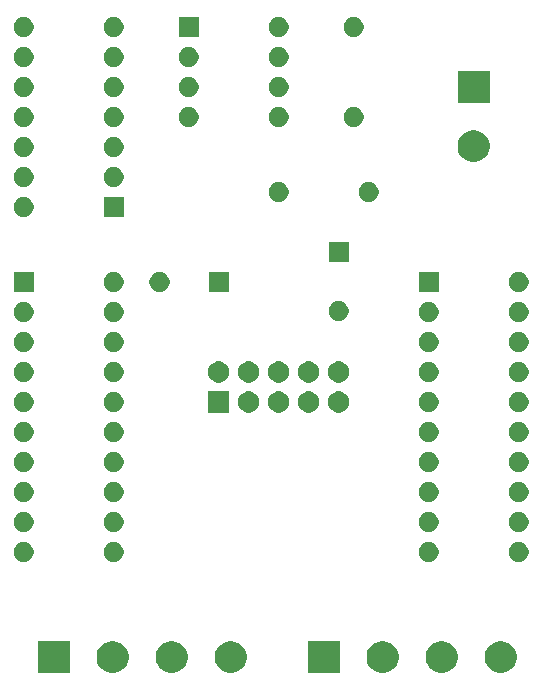
<source format=gbr>
G04 #@! TF.GenerationSoftware,KiCad,Pcbnew,(5.1.5-0-10_14)*
G04 #@! TF.CreationDate,2021-12-08T13:46:53-07:00*
G04 #@! TF.ProjectId,genesisctl,67656e65-7369-4736-9374-6c2e6b696361,rev?*
G04 #@! TF.SameCoordinates,Original*
G04 #@! TF.FileFunction,Soldermask,Top*
G04 #@! TF.FilePolarity,Negative*
%FSLAX46Y46*%
G04 Gerber Fmt 4.6, Leading zero omitted, Abs format (unit mm)*
G04 Created by KiCad (PCBNEW (5.1.5-0-10_14)) date 2021-12-08 13:46:53*
%MOMM*%
%LPD*%
G04 APERTURE LIST*
%ADD10C,0.100000*%
G04 APERTURE END LIST*
D10*
G36*
X231294072Y-87600918D02*
G01*
X231539939Y-87702759D01*
X231761212Y-87850610D01*
X231949390Y-88038788D01*
X232097241Y-88260061D01*
X232199082Y-88505928D01*
X232251000Y-88766938D01*
X232251000Y-89033062D01*
X232199082Y-89294072D01*
X232097241Y-89539939D01*
X231949390Y-89761212D01*
X231761212Y-89949390D01*
X231539939Y-90097241D01*
X231539938Y-90097242D01*
X231539937Y-90097242D01*
X231294072Y-90199082D01*
X231033063Y-90251000D01*
X230766937Y-90251000D01*
X230505928Y-90199082D01*
X230260063Y-90097242D01*
X230260062Y-90097242D01*
X230260061Y-90097241D01*
X230038788Y-89949390D01*
X229850610Y-89761212D01*
X229702759Y-89539939D01*
X229600918Y-89294072D01*
X229549000Y-89033062D01*
X229549000Y-88766938D01*
X229600918Y-88505928D01*
X229702759Y-88260061D01*
X229850610Y-88038788D01*
X230038788Y-87850610D01*
X230260061Y-87702759D01*
X230505928Y-87600918D01*
X230766937Y-87549000D01*
X231033063Y-87549000D01*
X231294072Y-87600918D01*
G37*
G36*
X226294072Y-87600918D02*
G01*
X226539939Y-87702759D01*
X226761212Y-87850610D01*
X226949390Y-88038788D01*
X227097241Y-88260061D01*
X227199082Y-88505928D01*
X227251000Y-88766938D01*
X227251000Y-89033062D01*
X227199082Y-89294072D01*
X227097241Y-89539939D01*
X226949390Y-89761212D01*
X226761212Y-89949390D01*
X226539939Y-90097241D01*
X226539938Y-90097242D01*
X226539937Y-90097242D01*
X226294072Y-90199082D01*
X226033063Y-90251000D01*
X225766937Y-90251000D01*
X225505928Y-90199082D01*
X225260063Y-90097242D01*
X225260062Y-90097242D01*
X225260061Y-90097241D01*
X225038788Y-89949390D01*
X224850610Y-89761212D01*
X224702759Y-89539939D01*
X224600918Y-89294072D01*
X224549000Y-89033062D01*
X224549000Y-88766938D01*
X224600918Y-88505928D01*
X224702759Y-88260061D01*
X224850610Y-88038788D01*
X225038788Y-87850610D01*
X225260061Y-87702759D01*
X225505928Y-87600918D01*
X225766937Y-87549000D01*
X226033063Y-87549000D01*
X226294072Y-87600918D01*
G37*
G36*
X221294072Y-87600918D02*
G01*
X221539939Y-87702759D01*
X221761212Y-87850610D01*
X221949390Y-88038788D01*
X222097241Y-88260061D01*
X222199082Y-88505928D01*
X222251000Y-88766938D01*
X222251000Y-89033062D01*
X222199082Y-89294072D01*
X222097241Y-89539939D01*
X221949390Y-89761212D01*
X221761212Y-89949390D01*
X221539939Y-90097241D01*
X221539938Y-90097242D01*
X221539937Y-90097242D01*
X221294072Y-90199082D01*
X221033063Y-90251000D01*
X220766937Y-90251000D01*
X220505928Y-90199082D01*
X220260063Y-90097242D01*
X220260062Y-90097242D01*
X220260061Y-90097241D01*
X220038788Y-89949390D01*
X219850610Y-89761212D01*
X219702759Y-89539939D01*
X219600918Y-89294072D01*
X219549000Y-89033062D01*
X219549000Y-88766938D01*
X219600918Y-88505928D01*
X219702759Y-88260061D01*
X219850610Y-88038788D01*
X220038788Y-87850610D01*
X220260061Y-87702759D01*
X220505928Y-87600918D01*
X220766937Y-87549000D01*
X221033063Y-87549000D01*
X221294072Y-87600918D01*
G37*
G36*
X217251000Y-90251000D02*
G01*
X214549000Y-90251000D01*
X214549000Y-87549000D01*
X217251000Y-87549000D01*
X217251000Y-90251000D01*
G37*
G36*
X208434072Y-87600918D02*
G01*
X208679939Y-87702759D01*
X208901212Y-87850610D01*
X209089390Y-88038788D01*
X209237241Y-88260061D01*
X209339082Y-88505928D01*
X209391000Y-88766938D01*
X209391000Y-89033062D01*
X209339082Y-89294072D01*
X209237241Y-89539939D01*
X209089390Y-89761212D01*
X208901212Y-89949390D01*
X208679939Y-90097241D01*
X208679938Y-90097242D01*
X208679937Y-90097242D01*
X208434072Y-90199082D01*
X208173063Y-90251000D01*
X207906937Y-90251000D01*
X207645928Y-90199082D01*
X207400063Y-90097242D01*
X207400062Y-90097242D01*
X207400061Y-90097241D01*
X207178788Y-89949390D01*
X206990610Y-89761212D01*
X206842759Y-89539939D01*
X206740918Y-89294072D01*
X206689000Y-89033062D01*
X206689000Y-88766938D01*
X206740918Y-88505928D01*
X206842759Y-88260061D01*
X206990610Y-88038788D01*
X207178788Y-87850610D01*
X207400061Y-87702759D01*
X207645928Y-87600918D01*
X207906937Y-87549000D01*
X208173063Y-87549000D01*
X208434072Y-87600918D01*
G37*
G36*
X203434072Y-87600918D02*
G01*
X203679939Y-87702759D01*
X203901212Y-87850610D01*
X204089390Y-88038788D01*
X204237241Y-88260061D01*
X204339082Y-88505928D01*
X204391000Y-88766938D01*
X204391000Y-89033062D01*
X204339082Y-89294072D01*
X204237241Y-89539939D01*
X204089390Y-89761212D01*
X203901212Y-89949390D01*
X203679939Y-90097241D01*
X203679938Y-90097242D01*
X203679937Y-90097242D01*
X203434072Y-90199082D01*
X203173063Y-90251000D01*
X202906937Y-90251000D01*
X202645928Y-90199082D01*
X202400063Y-90097242D01*
X202400062Y-90097242D01*
X202400061Y-90097241D01*
X202178788Y-89949390D01*
X201990610Y-89761212D01*
X201842759Y-89539939D01*
X201740918Y-89294072D01*
X201689000Y-89033062D01*
X201689000Y-88766938D01*
X201740918Y-88505928D01*
X201842759Y-88260061D01*
X201990610Y-88038788D01*
X202178788Y-87850610D01*
X202400061Y-87702759D01*
X202645928Y-87600918D01*
X202906937Y-87549000D01*
X203173063Y-87549000D01*
X203434072Y-87600918D01*
G37*
G36*
X198434072Y-87600918D02*
G01*
X198679939Y-87702759D01*
X198901212Y-87850610D01*
X199089390Y-88038788D01*
X199237241Y-88260061D01*
X199339082Y-88505928D01*
X199391000Y-88766938D01*
X199391000Y-89033062D01*
X199339082Y-89294072D01*
X199237241Y-89539939D01*
X199089390Y-89761212D01*
X198901212Y-89949390D01*
X198679939Y-90097241D01*
X198679938Y-90097242D01*
X198679937Y-90097242D01*
X198434072Y-90199082D01*
X198173063Y-90251000D01*
X197906937Y-90251000D01*
X197645928Y-90199082D01*
X197400063Y-90097242D01*
X197400062Y-90097242D01*
X197400061Y-90097241D01*
X197178788Y-89949390D01*
X196990610Y-89761212D01*
X196842759Y-89539939D01*
X196740918Y-89294072D01*
X196689000Y-89033062D01*
X196689000Y-88766938D01*
X196740918Y-88505928D01*
X196842759Y-88260061D01*
X196990610Y-88038788D01*
X197178788Y-87850610D01*
X197400061Y-87702759D01*
X197645928Y-87600918D01*
X197906937Y-87549000D01*
X198173063Y-87549000D01*
X198434072Y-87600918D01*
G37*
G36*
X194391000Y-90251000D02*
G01*
X191689000Y-90251000D01*
X191689000Y-87549000D01*
X194391000Y-87549000D01*
X194391000Y-90251000D01*
G37*
G36*
X232658228Y-79191703D02*
G01*
X232813100Y-79255853D01*
X232952481Y-79348985D01*
X233071015Y-79467519D01*
X233164147Y-79606900D01*
X233228297Y-79761772D01*
X233261000Y-79926184D01*
X233261000Y-80093816D01*
X233228297Y-80258228D01*
X233164147Y-80413100D01*
X233071015Y-80552481D01*
X232952481Y-80671015D01*
X232813100Y-80764147D01*
X232658228Y-80828297D01*
X232493816Y-80861000D01*
X232326184Y-80861000D01*
X232161772Y-80828297D01*
X232006900Y-80764147D01*
X231867519Y-80671015D01*
X231748985Y-80552481D01*
X231655853Y-80413100D01*
X231591703Y-80258228D01*
X231559000Y-80093816D01*
X231559000Y-79926184D01*
X231591703Y-79761772D01*
X231655853Y-79606900D01*
X231748985Y-79467519D01*
X231867519Y-79348985D01*
X232006900Y-79255853D01*
X232161772Y-79191703D01*
X232326184Y-79159000D01*
X232493816Y-79159000D01*
X232658228Y-79191703D01*
G37*
G36*
X198368228Y-79191703D02*
G01*
X198523100Y-79255853D01*
X198662481Y-79348985D01*
X198781015Y-79467519D01*
X198874147Y-79606900D01*
X198938297Y-79761772D01*
X198971000Y-79926184D01*
X198971000Y-80093816D01*
X198938297Y-80258228D01*
X198874147Y-80413100D01*
X198781015Y-80552481D01*
X198662481Y-80671015D01*
X198523100Y-80764147D01*
X198368228Y-80828297D01*
X198203816Y-80861000D01*
X198036184Y-80861000D01*
X197871772Y-80828297D01*
X197716900Y-80764147D01*
X197577519Y-80671015D01*
X197458985Y-80552481D01*
X197365853Y-80413100D01*
X197301703Y-80258228D01*
X197269000Y-80093816D01*
X197269000Y-79926184D01*
X197301703Y-79761772D01*
X197365853Y-79606900D01*
X197458985Y-79467519D01*
X197577519Y-79348985D01*
X197716900Y-79255853D01*
X197871772Y-79191703D01*
X198036184Y-79159000D01*
X198203816Y-79159000D01*
X198368228Y-79191703D01*
G37*
G36*
X225038228Y-79191703D02*
G01*
X225193100Y-79255853D01*
X225332481Y-79348985D01*
X225451015Y-79467519D01*
X225544147Y-79606900D01*
X225608297Y-79761772D01*
X225641000Y-79926184D01*
X225641000Y-80093816D01*
X225608297Y-80258228D01*
X225544147Y-80413100D01*
X225451015Y-80552481D01*
X225332481Y-80671015D01*
X225193100Y-80764147D01*
X225038228Y-80828297D01*
X224873816Y-80861000D01*
X224706184Y-80861000D01*
X224541772Y-80828297D01*
X224386900Y-80764147D01*
X224247519Y-80671015D01*
X224128985Y-80552481D01*
X224035853Y-80413100D01*
X223971703Y-80258228D01*
X223939000Y-80093816D01*
X223939000Y-79926184D01*
X223971703Y-79761772D01*
X224035853Y-79606900D01*
X224128985Y-79467519D01*
X224247519Y-79348985D01*
X224386900Y-79255853D01*
X224541772Y-79191703D01*
X224706184Y-79159000D01*
X224873816Y-79159000D01*
X225038228Y-79191703D01*
G37*
G36*
X190748228Y-79191703D02*
G01*
X190903100Y-79255853D01*
X191042481Y-79348985D01*
X191161015Y-79467519D01*
X191254147Y-79606900D01*
X191318297Y-79761772D01*
X191351000Y-79926184D01*
X191351000Y-80093816D01*
X191318297Y-80258228D01*
X191254147Y-80413100D01*
X191161015Y-80552481D01*
X191042481Y-80671015D01*
X190903100Y-80764147D01*
X190748228Y-80828297D01*
X190583816Y-80861000D01*
X190416184Y-80861000D01*
X190251772Y-80828297D01*
X190096900Y-80764147D01*
X189957519Y-80671015D01*
X189838985Y-80552481D01*
X189745853Y-80413100D01*
X189681703Y-80258228D01*
X189649000Y-80093816D01*
X189649000Y-79926184D01*
X189681703Y-79761772D01*
X189745853Y-79606900D01*
X189838985Y-79467519D01*
X189957519Y-79348985D01*
X190096900Y-79255853D01*
X190251772Y-79191703D01*
X190416184Y-79159000D01*
X190583816Y-79159000D01*
X190748228Y-79191703D01*
G37*
G36*
X232658228Y-76651703D02*
G01*
X232813100Y-76715853D01*
X232952481Y-76808985D01*
X233071015Y-76927519D01*
X233164147Y-77066900D01*
X233228297Y-77221772D01*
X233261000Y-77386184D01*
X233261000Y-77553816D01*
X233228297Y-77718228D01*
X233164147Y-77873100D01*
X233071015Y-78012481D01*
X232952481Y-78131015D01*
X232813100Y-78224147D01*
X232658228Y-78288297D01*
X232493816Y-78321000D01*
X232326184Y-78321000D01*
X232161772Y-78288297D01*
X232006900Y-78224147D01*
X231867519Y-78131015D01*
X231748985Y-78012481D01*
X231655853Y-77873100D01*
X231591703Y-77718228D01*
X231559000Y-77553816D01*
X231559000Y-77386184D01*
X231591703Y-77221772D01*
X231655853Y-77066900D01*
X231748985Y-76927519D01*
X231867519Y-76808985D01*
X232006900Y-76715853D01*
X232161772Y-76651703D01*
X232326184Y-76619000D01*
X232493816Y-76619000D01*
X232658228Y-76651703D01*
G37*
G36*
X225038228Y-76651703D02*
G01*
X225193100Y-76715853D01*
X225332481Y-76808985D01*
X225451015Y-76927519D01*
X225544147Y-77066900D01*
X225608297Y-77221772D01*
X225641000Y-77386184D01*
X225641000Y-77553816D01*
X225608297Y-77718228D01*
X225544147Y-77873100D01*
X225451015Y-78012481D01*
X225332481Y-78131015D01*
X225193100Y-78224147D01*
X225038228Y-78288297D01*
X224873816Y-78321000D01*
X224706184Y-78321000D01*
X224541772Y-78288297D01*
X224386900Y-78224147D01*
X224247519Y-78131015D01*
X224128985Y-78012481D01*
X224035853Y-77873100D01*
X223971703Y-77718228D01*
X223939000Y-77553816D01*
X223939000Y-77386184D01*
X223971703Y-77221772D01*
X224035853Y-77066900D01*
X224128985Y-76927519D01*
X224247519Y-76808985D01*
X224386900Y-76715853D01*
X224541772Y-76651703D01*
X224706184Y-76619000D01*
X224873816Y-76619000D01*
X225038228Y-76651703D01*
G37*
G36*
X190748228Y-76651703D02*
G01*
X190903100Y-76715853D01*
X191042481Y-76808985D01*
X191161015Y-76927519D01*
X191254147Y-77066900D01*
X191318297Y-77221772D01*
X191351000Y-77386184D01*
X191351000Y-77553816D01*
X191318297Y-77718228D01*
X191254147Y-77873100D01*
X191161015Y-78012481D01*
X191042481Y-78131015D01*
X190903100Y-78224147D01*
X190748228Y-78288297D01*
X190583816Y-78321000D01*
X190416184Y-78321000D01*
X190251772Y-78288297D01*
X190096900Y-78224147D01*
X189957519Y-78131015D01*
X189838985Y-78012481D01*
X189745853Y-77873100D01*
X189681703Y-77718228D01*
X189649000Y-77553816D01*
X189649000Y-77386184D01*
X189681703Y-77221772D01*
X189745853Y-77066900D01*
X189838985Y-76927519D01*
X189957519Y-76808985D01*
X190096900Y-76715853D01*
X190251772Y-76651703D01*
X190416184Y-76619000D01*
X190583816Y-76619000D01*
X190748228Y-76651703D01*
G37*
G36*
X198368228Y-76651703D02*
G01*
X198523100Y-76715853D01*
X198662481Y-76808985D01*
X198781015Y-76927519D01*
X198874147Y-77066900D01*
X198938297Y-77221772D01*
X198971000Y-77386184D01*
X198971000Y-77553816D01*
X198938297Y-77718228D01*
X198874147Y-77873100D01*
X198781015Y-78012481D01*
X198662481Y-78131015D01*
X198523100Y-78224147D01*
X198368228Y-78288297D01*
X198203816Y-78321000D01*
X198036184Y-78321000D01*
X197871772Y-78288297D01*
X197716900Y-78224147D01*
X197577519Y-78131015D01*
X197458985Y-78012481D01*
X197365853Y-77873100D01*
X197301703Y-77718228D01*
X197269000Y-77553816D01*
X197269000Y-77386184D01*
X197301703Y-77221772D01*
X197365853Y-77066900D01*
X197458985Y-76927519D01*
X197577519Y-76808985D01*
X197716900Y-76715853D01*
X197871772Y-76651703D01*
X198036184Y-76619000D01*
X198203816Y-76619000D01*
X198368228Y-76651703D01*
G37*
G36*
X225038228Y-74111703D02*
G01*
X225193100Y-74175853D01*
X225332481Y-74268985D01*
X225451015Y-74387519D01*
X225544147Y-74526900D01*
X225608297Y-74681772D01*
X225641000Y-74846184D01*
X225641000Y-75013816D01*
X225608297Y-75178228D01*
X225544147Y-75333100D01*
X225451015Y-75472481D01*
X225332481Y-75591015D01*
X225193100Y-75684147D01*
X225038228Y-75748297D01*
X224873816Y-75781000D01*
X224706184Y-75781000D01*
X224541772Y-75748297D01*
X224386900Y-75684147D01*
X224247519Y-75591015D01*
X224128985Y-75472481D01*
X224035853Y-75333100D01*
X223971703Y-75178228D01*
X223939000Y-75013816D01*
X223939000Y-74846184D01*
X223971703Y-74681772D01*
X224035853Y-74526900D01*
X224128985Y-74387519D01*
X224247519Y-74268985D01*
X224386900Y-74175853D01*
X224541772Y-74111703D01*
X224706184Y-74079000D01*
X224873816Y-74079000D01*
X225038228Y-74111703D01*
G37*
G36*
X198368228Y-74111703D02*
G01*
X198523100Y-74175853D01*
X198662481Y-74268985D01*
X198781015Y-74387519D01*
X198874147Y-74526900D01*
X198938297Y-74681772D01*
X198971000Y-74846184D01*
X198971000Y-75013816D01*
X198938297Y-75178228D01*
X198874147Y-75333100D01*
X198781015Y-75472481D01*
X198662481Y-75591015D01*
X198523100Y-75684147D01*
X198368228Y-75748297D01*
X198203816Y-75781000D01*
X198036184Y-75781000D01*
X197871772Y-75748297D01*
X197716900Y-75684147D01*
X197577519Y-75591015D01*
X197458985Y-75472481D01*
X197365853Y-75333100D01*
X197301703Y-75178228D01*
X197269000Y-75013816D01*
X197269000Y-74846184D01*
X197301703Y-74681772D01*
X197365853Y-74526900D01*
X197458985Y-74387519D01*
X197577519Y-74268985D01*
X197716900Y-74175853D01*
X197871772Y-74111703D01*
X198036184Y-74079000D01*
X198203816Y-74079000D01*
X198368228Y-74111703D01*
G37*
G36*
X190748228Y-74111703D02*
G01*
X190903100Y-74175853D01*
X191042481Y-74268985D01*
X191161015Y-74387519D01*
X191254147Y-74526900D01*
X191318297Y-74681772D01*
X191351000Y-74846184D01*
X191351000Y-75013816D01*
X191318297Y-75178228D01*
X191254147Y-75333100D01*
X191161015Y-75472481D01*
X191042481Y-75591015D01*
X190903100Y-75684147D01*
X190748228Y-75748297D01*
X190583816Y-75781000D01*
X190416184Y-75781000D01*
X190251772Y-75748297D01*
X190096900Y-75684147D01*
X189957519Y-75591015D01*
X189838985Y-75472481D01*
X189745853Y-75333100D01*
X189681703Y-75178228D01*
X189649000Y-75013816D01*
X189649000Y-74846184D01*
X189681703Y-74681772D01*
X189745853Y-74526900D01*
X189838985Y-74387519D01*
X189957519Y-74268985D01*
X190096900Y-74175853D01*
X190251772Y-74111703D01*
X190416184Y-74079000D01*
X190583816Y-74079000D01*
X190748228Y-74111703D01*
G37*
G36*
X232658228Y-74111703D02*
G01*
X232813100Y-74175853D01*
X232952481Y-74268985D01*
X233071015Y-74387519D01*
X233164147Y-74526900D01*
X233228297Y-74681772D01*
X233261000Y-74846184D01*
X233261000Y-75013816D01*
X233228297Y-75178228D01*
X233164147Y-75333100D01*
X233071015Y-75472481D01*
X232952481Y-75591015D01*
X232813100Y-75684147D01*
X232658228Y-75748297D01*
X232493816Y-75781000D01*
X232326184Y-75781000D01*
X232161772Y-75748297D01*
X232006900Y-75684147D01*
X231867519Y-75591015D01*
X231748985Y-75472481D01*
X231655853Y-75333100D01*
X231591703Y-75178228D01*
X231559000Y-75013816D01*
X231559000Y-74846184D01*
X231591703Y-74681772D01*
X231655853Y-74526900D01*
X231748985Y-74387519D01*
X231867519Y-74268985D01*
X232006900Y-74175853D01*
X232161772Y-74111703D01*
X232326184Y-74079000D01*
X232493816Y-74079000D01*
X232658228Y-74111703D01*
G37*
G36*
X190748228Y-71571703D02*
G01*
X190903100Y-71635853D01*
X191042481Y-71728985D01*
X191161015Y-71847519D01*
X191254147Y-71986900D01*
X191318297Y-72141772D01*
X191351000Y-72306184D01*
X191351000Y-72473816D01*
X191318297Y-72638228D01*
X191254147Y-72793100D01*
X191161015Y-72932481D01*
X191042481Y-73051015D01*
X190903100Y-73144147D01*
X190748228Y-73208297D01*
X190583816Y-73241000D01*
X190416184Y-73241000D01*
X190251772Y-73208297D01*
X190096900Y-73144147D01*
X189957519Y-73051015D01*
X189838985Y-72932481D01*
X189745853Y-72793100D01*
X189681703Y-72638228D01*
X189649000Y-72473816D01*
X189649000Y-72306184D01*
X189681703Y-72141772D01*
X189745853Y-71986900D01*
X189838985Y-71847519D01*
X189957519Y-71728985D01*
X190096900Y-71635853D01*
X190251772Y-71571703D01*
X190416184Y-71539000D01*
X190583816Y-71539000D01*
X190748228Y-71571703D01*
G37*
G36*
X198368228Y-71571703D02*
G01*
X198523100Y-71635853D01*
X198662481Y-71728985D01*
X198781015Y-71847519D01*
X198874147Y-71986900D01*
X198938297Y-72141772D01*
X198971000Y-72306184D01*
X198971000Y-72473816D01*
X198938297Y-72638228D01*
X198874147Y-72793100D01*
X198781015Y-72932481D01*
X198662481Y-73051015D01*
X198523100Y-73144147D01*
X198368228Y-73208297D01*
X198203816Y-73241000D01*
X198036184Y-73241000D01*
X197871772Y-73208297D01*
X197716900Y-73144147D01*
X197577519Y-73051015D01*
X197458985Y-72932481D01*
X197365853Y-72793100D01*
X197301703Y-72638228D01*
X197269000Y-72473816D01*
X197269000Y-72306184D01*
X197301703Y-72141772D01*
X197365853Y-71986900D01*
X197458985Y-71847519D01*
X197577519Y-71728985D01*
X197716900Y-71635853D01*
X197871772Y-71571703D01*
X198036184Y-71539000D01*
X198203816Y-71539000D01*
X198368228Y-71571703D01*
G37*
G36*
X225038228Y-71571703D02*
G01*
X225193100Y-71635853D01*
X225332481Y-71728985D01*
X225451015Y-71847519D01*
X225544147Y-71986900D01*
X225608297Y-72141772D01*
X225641000Y-72306184D01*
X225641000Y-72473816D01*
X225608297Y-72638228D01*
X225544147Y-72793100D01*
X225451015Y-72932481D01*
X225332481Y-73051015D01*
X225193100Y-73144147D01*
X225038228Y-73208297D01*
X224873816Y-73241000D01*
X224706184Y-73241000D01*
X224541772Y-73208297D01*
X224386900Y-73144147D01*
X224247519Y-73051015D01*
X224128985Y-72932481D01*
X224035853Y-72793100D01*
X223971703Y-72638228D01*
X223939000Y-72473816D01*
X223939000Y-72306184D01*
X223971703Y-72141772D01*
X224035853Y-71986900D01*
X224128985Y-71847519D01*
X224247519Y-71728985D01*
X224386900Y-71635853D01*
X224541772Y-71571703D01*
X224706184Y-71539000D01*
X224873816Y-71539000D01*
X225038228Y-71571703D01*
G37*
G36*
X232658228Y-71571703D02*
G01*
X232813100Y-71635853D01*
X232952481Y-71728985D01*
X233071015Y-71847519D01*
X233164147Y-71986900D01*
X233228297Y-72141772D01*
X233261000Y-72306184D01*
X233261000Y-72473816D01*
X233228297Y-72638228D01*
X233164147Y-72793100D01*
X233071015Y-72932481D01*
X232952481Y-73051015D01*
X232813100Y-73144147D01*
X232658228Y-73208297D01*
X232493816Y-73241000D01*
X232326184Y-73241000D01*
X232161772Y-73208297D01*
X232006900Y-73144147D01*
X231867519Y-73051015D01*
X231748985Y-72932481D01*
X231655853Y-72793100D01*
X231591703Y-72638228D01*
X231559000Y-72473816D01*
X231559000Y-72306184D01*
X231591703Y-72141772D01*
X231655853Y-71986900D01*
X231748985Y-71847519D01*
X231867519Y-71728985D01*
X232006900Y-71635853D01*
X232161772Y-71571703D01*
X232326184Y-71539000D01*
X232493816Y-71539000D01*
X232658228Y-71571703D01*
G37*
G36*
X232658228Y-69031703D02*
G01*
X232813100Y-69095853D01*
X232952481Y-69188985D01*
X233071015Y-69307519D01*
X233164147Y-69446900D01*
X233228297Y-69601772D01*
X233261000Y-69766184D01*
X233261000Y-69933816D01*
X233228297Y-70098228D01*
X233164147Y-70253100D01*
X233071015Y-70392481D01*
X232952481Y-70511015D01*
X232813100Y-70604147D01*
X232658228Y-70668297D01*
X232493816Y-70701000D01*
X232326184Y-70701000D01*
X232161772Y-70668297D01*
X232006900Y-70604147D01*
X231867519Y-70511015D01*
X231748985Y-70392481D01*
X231655853Y-70253100D01*
X231591703Y-70098228D01*
X231559000Y-69933816D01*
X231559000Y-69766184D01*
X231591703Y-69601772D01*
X231655853Y-69446900D01*
X231748985Y-69307519D01*
X231867519Y-69188985D01*
X232006900Y-69095853D01*
X232161772Y-69031703D01*
X232326184Y-68999000D01*
X232493816Y-68999000D01*
X232658228Y-69031703D01*
G37*
G36*
X198368228Y-69031703D02*
G01*
X198523100Y-69095853D01*
X198662481Y-69188985D01*
X198781015Y-69307519D01*
X198874147Y-69446900D01*
X198938297Y-69601772D01*
X198971000Y-69766184D01*
X198971000Y-69933816D01*
X198938297Y-70098228D01*
X198874147Y-70253100D01*
X198781015Y-70392481D01*
X198662481Y-70511015D01*
X198523100Y-70604147D01*
X198368228Y-70668297D01*
X198203816Y-70701000D01*
X198036184Y-70701000D01*
X197871772Y-70668297D01*
X197716900Y-70604147D01*
X197577519Y-70511015D01*
X197458985Y-70392481D01*
X197365853Y-70253100D01*
X197301703Y-70098228D01*
X197269000Y-69933816D01*
X197269000Y-69766184D01*
X197301703Y-69601772D01*
X197365853Y-69446900D01*
X197458985Y-69307519D01*
X197577519Y-69188985D01*
X197716900Y-69095853D01*
X197871772Y-69031703D01*
X198036184Y-68999000D01*
X198203816Y-68999000D01*
X198368228Y-69031703D01*
G37*
G36*
X190748228Y-69031703D02*
G01*
X190903100Y-69095853D01*
X191042481Y-69188985D01*
X191161015Y-69307519D01*
X191254147Y-69446900D01*
X191318297Y-69601772D01*
X191351000Y-69766184D01*
X191351000Y-69933816D01*
X191318297Y-70098228D01*
X191254147Y-70253100D01*
X191161015Y-70392481D01*
X191042481Y-70511015D01*
X190903100Y-70604147D01*
X190748228Y-70668297D01*
X190583816Y-70701000D01*
X190416184Y-70701000D01*
X190251772Y-70668297D01*
X190096900Y-70604147D01*
X189957519Y-70511015D01*
X189838985Y-70392481D01*
X189745853Y-70253100D01*
X189681703Y-70098228D01*
X189649000Y-69933816D01*
X189649000Y-69766184D01*
X189681703Y-69601772D01*
X189745853Y-69446900D01*
X189838985Y-69307519D01*
X189957519Y-69188985D01*
X190096900Y-69095853D01*
X190251772Y-69031703D01*
X190416184Y-68999000D01*
X190583816Y-68999000D01*
X190748228Y-69031703D01*
G37*
G36*
X225038228Y-69031703D02*
G01*
X225193100Y-69095853D01*
X225332481Y-69188985D01*
X225451015Y-69307519D01*
X225544147Y-69446900D01*
X225608297Y-69601772D01*
X225641000Y-69766184D01*
X225641000Y-69933816D01*
X225608297Y-70098228D01*
X225544147Y-70253100D01*
X225451015Y-70392481D01*
X225332481Y-70511015D01*
X225193100Y-70604147D01*
X225038228Y-70668297D01*
X224873816Y-70701000D01*
X224706184Y-70701000D01*
X224541772Y-70668297D01*
X224386900Y-70604147D01*
X224247519Y-70511015D01*
X224128985Y-70392481D01*
X224035853Y-70253100D01*
X223971703Y-70098228D01*
X223939000Y-69933816D01*
X223939000Y-69766184D01*
X223971703Y-69601772D01*
X224035853Y-69446900D01*
X224128985Y-69307519D01*
X224247519Y-69188985D01*
X224386900Y-69095853D01*
X224541772Y-69031703D01*
X224706184Y-68999000D01*
X224873816Y-68999000D01*
X225038228Y-69031703D01*
G37*
G36*
X209663512Y-66413927D02*
G01*
X209812812Y-66443624D01*
X209976784Y-66511544D01*
X210124354Y-66610147D01*
X210249853Y-66735646D01*
X210348456Y-66883216D01*
X210416376Y-67047188D01*
X210451000Y-67221259D01*
X210451000Y-67398741D01*
X210416376Y-67572812D01*
X210348456Y-67736784D01*
X210249853Y-67884354D01*
X210124354Y-68009853D01*
X209976784Y-68108456D01*
X209812812Y-68176376D01*
X209663512Y-68206073D01*
X209638742Y-68211000D01*
X209461258Y-68211000D01*
X209436488Y-68206073D01*
X209287188Y-68176376D01*
X209123216Y-68108456D01*
X208975646Y-68009853D01*
X208850147Y-67884354D01*
X208751544Y-67736784D01*
X208683624Y-67572812D01*
X208649000Y-67398741D01*
X208649000Y-67221259D01*
X208683624Y-67047188D01*
X208751544Y-66883216D01*
X208850147Y-66735646D01*
X208975646Y-66610147D01*
X209123216Y-66511544D01*
X209287188Y-66443624D01*
X209436488Y-66413927D01*
X209461258Y-66409000D01*
X209638742Y-66409000D01*
X209663512Y-66413927D01*
G37*
G36*
X207911000Y-68211000D02*
G01*
X206109000Y-68211000D01*
X206109000Y-66409000D01*
X207911000Y-66409000D01*
X207911000Y-68211000D01*
G37*
G36*
X212203512Y-66413927D02*
G01*
X212352812Y-66443624D01*
X212516784Y-66511544D01*
X212664354Y-66610147D01*
X212789853Y-66735646D01*
X212888456Y-66883216D01*
X212956376Y-67047188D01*
X212991000Y-67221259D01*
X212991000Y-67398741D01*
X212956376Y-67572812D01*
X212888456Y-67736784D01*
X212789853Y-67884354D01*
X212664354Y-68009853D01*
X212516784Y-68108456D01*
X212352812Y-68176376D01*
X212203512Y-68206073D01*
X212178742Y-68211000D01*
X212001258Y-68211000D01*
X211976488Y-68206073D01*
X211827188Y-68176376D01*
X211663216Y-68108456D01*
X211515646Y-68009853D01*
X211390147Y-67884354D01*
X211291544Y-67736784D01*
X211223624Y-67572812D01*
X211189000Y-67398741D01*
X211189000Y-67221259D01*
X211223624Y-67047188D01*
X211291544Y-66883216D01*
X211390147Y-66735646D01*
X211515646Y-66610147D01*
X211663216Y-66511544D01*
X211827188Y-66443624D01*
X211976488Y-66413927D01*
X212001258Y-66409000D01*
X212178742Y-66409000D01*
X212203512Y-66413927D01*
G37*
G36*
X214743512Y-66413927D02*
G01*
X214892812Y-66443624D01*
X215056784Y-66511544D01*
X215204354Y-66610147D01*
X215329853Y-66735646D01*
X215428456Y-66883216D01*
X215496376Y-67047188D01*
X215531000Y-67221259D01*
X215531000Y-67398741D01*
X215496376Y-67572812D01*
X215428456Y-67736784D01*
X215329853Y-67884354D01*
X215204354Y-68009853D01*
X215056784Y-68108456D01*
X214892812Y-68176376D01*
X214743512Y-68206073D01*
X214718742Y-68211000D01*
X214541258Y-68211000D01*
X214516488Y-68206073D01*
X214367188Y-68176376D01*
X214203216Y-68108456D01*
X214055646Y-68009853D01*
X213930147Y-67884354D01*
X213831544Y-67736784D01*
X213763624Y-67572812D01*
X213729000Y-67398741D01*
X213729000Y-67221259D01*
X213763624Y-67047188D01*
X213831544Y-66883216D01*
X213930147Y-66735646D01*
X214055646Y-66610147D01*
X214203216Y-66511544D01*
X214367188Y-66443624D01*
X214516488Y-66413927D01*
X214541258Y-66409000D01*
X214718742Y-66409000D01*
X214743512Y-66413927D01*
G37*
G36*
X217283512Y-66413927D02*
G01*
X217432812Y-66443624D01*
X217596784Y-66511544D01*
X217744354Y-66610147D01*
X217869853Y-66735646D01*
X217968456Y-66883216D01*
X218036376Y-67047188D01*
X218071000Y-67221259D01*
X218071000Y-67398741D01*
X218036376Y-67572812D01*
X217968456Y-67736784D01*
X217869853Y-67884354D01*
X217744354Y-68009853D01*
X217596784Y-68108456D01*
X217432812Y-68176376D01*
X217283512Y-68206073D01*
X217258742Y-68211000D01*
X217081258Y-68211000D01*
X217056488Y-68206073D01*
X216907188Y-68176376D01*
X216743216Y-68108456D01*
X216595646Y-68009853D01*
X216470147Y-67884354D01*
X216371544Y-67736784D01*
X216303624Y-67572812D01*
X216269000Y-67398741D01*
X216269000Y-67221259D01*
X216303624Y-67047188D01*
X216371544Y-66883216D01*
X216470147Y-66735646D01*
X216595646Y-66610147D01*
X216743216Y-66511544D01*
X216907188Y-66443624D01*
X217056488Y-66413927D01*
X217081258Y-66409000D01*
X217258742Y-66409000D01*
X217283512Y-66413927D01*
G37*
G36*
X190748228Y-66491703D02*
G01*
X190903100Y-66555853D01*
X191042481Y-66648985D01*
X191161015Y-66767519D01*
X191254147Y-66906900D01*
X191318297Y-67061772D01*
X191351000Y-67226184D01*
X191351000Y-67393816D01*
X191318297Y-67558228D01*
X191254147Y-67713100D01*
X191161015Y-67852481D01*
X191042481Y-67971015D01*
X190903100Y-68064147D01*
X190748228Y-68128297D01*
X190583816Y-68161000D01*
X190416184Y-68161000D01*
X190251772Y-68128297D01*
X190096900Y-68064147D01*
X189957519Y-67971015D01*
X189838985Y-67852481D01*
X189745853Y-67713100D01*
X189681703Y-67558228D01*
X189649000Y-67393816D01*
X189649000Y-67226184D01*
X189681703Y-67061772D01*
X189745853Y-66906900D01*
X189838985Y-66767519D01*
X189957519Y-66648985D01*
X190096900Y-66555853D01*
X190251772Y-66491703D01*
X190416184Y-66459000D01*
X190583816Y-66459000D01*
X190748228Y-66491703D01*
G37*
G36*
X232658228Y-66491703D02*
G01*
X232813100Y-66555853D01*
X232952481Y-66648985D01*
X233071015Y-66767519D01*
X233164147Y-66906900D01*
X233228297Y-67061772D01*
X233261000Y-67226184D01*
X233261000Y-67393816D01*
X233228297Y-67558228D01*
X233164147Y-67713100D01*
X233071015Y-67852481D01*
X232952481Y-67971015D01*
X232813100Y-68064147D01*
X232658228Y-68128297D01*
X232493816Y-68161000D01*
X232326184Y-68161000D01*
X232161772Y-68128297D01*
X232006900Y-68064147D01*
X231867519Y-67971015D01*
X231748985Y-67852481D01*
X231655853Y-67713100D01*
X231591703Y-67558228D01*
X231559000Y-67393816D01*
X231559000Y-67226184D01*
X231591703Y-67061772D01*
X231655853Y-66906900D01*
X231748985Y-66767519D01*
X231867519Y-66648985D01*
X232006900Y-66555853D01*
X232161772Y-66491703D01*
X232326184Y-66459000D01*
X232493816Y-66459000D01*
X232658228Y-66491703D01*
G37*
G36*
X225038228Y-66491703D02*
G01*
X225193100Y-66555853D01*
X225332481Y-66648985D01*
X225451015Y-66767519D01*
X225544147Y-66906900D01*
X225608297Y-67061772D01*
X225641000Y-67226184D01*
X225641000Y-67393816D01*
X225608297Y-67558228D01*
X225544147Y-67713100D01*
X225451015Y-67852481D01*
X225332481Y-67971015D01*
X225193100Y-68064147D01*
X225038228Y-68128297D01*
X224873816Y-68161000D01*
X224706184Y-68161000D01*
X224541772Y-68128297D01*
X224386900Y-68064147D01*
X224247519Y-67971015D01*
X224128985Y-67852481D01*
X224035853Y-67713100D01*
X223971703Y-67558228D01*
X223939000Y-67393816D01*
X223939000Y-67226184D01*
X223971703Y-67061772D01*
X224035853Y-66906900D01*
X224128985Y-66767519D01*
X224247519Y-66648985D01*
X224386900Y-66555853D01*
X224541772Y-66491703D01*
X224706184Y-66459000D01*
X224873816Y-66459000D01*
X225038228Y-66491703D01*
G37*
G36*
X198368228Y-66491703D02*
G01*
X198523100Y-66555853D01*
X198662481Y-66648985D01*
X198781015Y-66767519D01*
X198874147Y-66906900D01*
X198938297Y-67061772D01*
X198971000Y-67226184D01*
X198971000Y-67393816D01*
X198938297Y-67558228D01*
X198874147Y-67713100D01*
X198781015Y-67852481D01*
X198662481Y-67971015D01*
X198523100Y-68064147D01*
X198368228Y-68128297D01*
X198203816Y-68161000D01*
X198036184Y-68161000D01*
X197871772Y-68128297D01*
X197716900Y-68064147D01*
X197577519Y-67971015D01*
X197458985Y-67852481D01*
X197365853Y-67713100D01*
X197301703Y-67558228D01*
X197269000Y-67393816D01*
X197269000Y-67226184D01*
X197301703Y-67061772D01*
X197365853Y-66906900D01*
X197458985Y-66767519D01*
X197577519Y-66648985D01*
X197716900Y-66555853D01*
X197871772Y-66491703D01*
X198036184Y-66459000D01*
X198203816Y-66459000D01*
X198368228Y-66491703D01*
G37*
G36*
X217283512Y-63873927D02*
G01*
X217432812Y-63903624D01*
X217596784Y-63971544D01*
X217744354Y-64070147D01*
X217869853Y-64195646D01*
X217968456Y-64343216D01*
X218036376Y-64507188D01*
X218071000Y-64681259D01*
X218071000Y-64858741D01*
X218036376Y-65032812D01*
X217968456Y-65196784D01*
X217869853Y-65344354D01*
X217744354Y-65469853D01*
X217596784Y-65568456D01*
X217432812Y-65636376D01*
X217283512Y-65666073D01*
X217258742Y-65671000D01*
X217081258Y-65671000D01*
X217056488Y-65666073D01*
X216907188Y-65636376D01*
X216743216Y-65568456D01*
X216595646Y-65469853D01*
X216470147Y-65344354D01*
X216371544Y-65196784D01*
X216303624Y-65032812D01*
X216269000Y-64858741D01*
X216269000Y-64681259D01*
X216303624Y-64507188D01*
X216371544Y-64343216D01*
X216470147Y-64195646D01*
X216595646Y-64070147D01*
X216743216Y-63971544D01*
X216907188Y-63903624D01*
X217056488Y-63873927D01*
X217081258Y-63869000D01*
X217258742Y-63869000D01*
X217283512Y-63873927D01*
G37*
G36*
X209663512Y-63873927D02*
G01*
X209812812Y-63903624D01*
X209976784Y-63971544D01*
X210124354Y-64070147D01*
X210249853Y-64195646D01*
X210348456Y-64343216D01*
X210416376Y-64507188D01*
X210451000Y-64681259D01*
X210451000Y-64858741D01*
X210416376Y-65032812D01*
X210348456Y-65196784D01*
X210249853Y-65344354D01*
X210124354Y-65469853D01*
X209976784Y-65568456D01*
X209812812Y-65636376D01*
X209663512Y-65666073D01*
X209638742Y-65671000D01*
X209461258Y-65671000D01*
X209436488Y-65666073D01*
X209287188Y-65636376D01*
X209123216Y-65568456D01*
X208975646Y-65469853D01*
X208850147Y-65344354D01*
X208751544Y-65196784D01*
X208683624Y-65032812D01*
X208649000Y-64858741D01*
X208649000Y-64681259D01*
X208683624Y-64507188D01*
X208751544Y-64343216D01*
X208850147Y-64195646D01*
X208975646Y-64070147D01*
X209123216Y-63971544D01*
X209287188Y-63903624D01*
X209436488Y-63873927D01*
X209461258Y-63869000D01*
X209638742Y-63869000D01*
X209663512Y-63873927D01*
G37*
G36*
X212203512Y-63873927D02*
G01*
X212352812Y-63903624D01*
X212516784Y-63971544D01*
X212664354Y-64070147D01*
X212789853Y-64195646D01*
X212888456Y-64343216D01*
X212956376Y-64507188D01*
X212991000Y-64681259D01*
X212991000Y-64858741D01*
X212956376Y-65032812D01*
X212888456Y-65196784D01*
X212789853Y-65344354D01*
X212664354Y-65469853D01*
X212516784Y-65568456D01*
X212352812Y-65636376D01*
X212203512Y-65666073D01*
X212178742Y-65671000D01*
X212001258Y-65671000D01*
X211976488Y-65666073D01*
X211827188Y-65636376D01*
X211663216Y-65568456D01*
X211515646Y-65469853D01*
X211390147Y-65344354D01*
X211291544Y-65196784D01*
X211223624Y-65032812D01*
X211189000Y-64858741D01*
X211189000Y-64681259D01*
X211223624Y-64507188D01*
X211291544Y-64343216D01*
X211390147Y-64195646D01*
X211515646Y-64070147D01*
X211663216Y-63971544D01*
X211827188Y-63903624D01*
X211976488Y-63873927D01*
X212001258Y-63869000D01*
X212178742Y-63869000D01*
X212203512Y-63873927D01*
G37*
G36*
X214743512Y-63873927D02*
G01*
X214892812Y-63903624D01*
X215056784Y-63971544D01*
X215204354Y-64070147D01*
X215329853Y-64195646D01*
X215428456Y-64343216D01*
X215496376Y-64507188D01*
X215531000Y-64681259D01*
X215531000Y-64858741D01*
X215496376Y-65032812D01*
X215428456Y-65196784D01*
X215329853Y-65344354D01*
X215204354Y-65469853D01*
X215056784Y-65568456D01*
X214892812Y-65636376D01*
X214743512Y-65666073D01*
X214718742Y-65671000D01*
X214541258Y-65671000D01*
X214516488Y-65666073D01*
X214367188Y-65636376D01*
X214203216Y-65568456D01*
X214055646Y-65469853D01*
X213930147Y-65344354D01*
X213831544Y-65196784D01*
X213763624Y-65032812D01*
X213729000Y-64858741D01*
X213729000Y-64681259D01*
X213763624Y-64507188D01*
X213831544Y-64343216D01*
X213930147Y-64195646D01*
X214055646Y-64070147D01*
X214203216Y-63971544D01*
X214367188Y-63903624D01*
X214516488Y-63873927D01*
X214541258Y-63869000D01*
X214718742Y-63869000D01*
X214743512Y-63873927D01*
G37*
G36*
X207123512Y-63873927D02*
G01*
X207272812Y-63903624D01*
X207436784Y-63971544D01*
X207584354Y-64070147D01*
X207709853Y-64195646D01*
X207808456Y-64343216D01*
X207876376Y-64507188D01*
X207911000Y-64681259D01*
X207911000Y-64858741D01*
X207876376Y-65032812D01*
X207808456Y-65196784D01*
X207709853Y-65344354D01*
X207584354Y-65469853D01*
X207436784Y-65568456D01*
X207272812Y-65636376D01*
X207123512Y-65666073D01*
X207098742Y-65671000D01*
X206921258Y-65671000D01*
X206896488Y-65666073D01*
X206747188Y-65636376D01*
X206583216Y-65568456D01*
X206435646Y-65469853D01*
X206310147Y-65344354D01*
X206211544Y-65196784D01*
X206143624Y-65032812D01*
X206109000Y-64858741D01*
X206109000Y-64681259D01*
X206143624Y-64507188D01*
X206211544Y-64343216D01*
X206310147Y-64195646D01*
X206435646Y-64070147D01*
X206583216Y-63971544D01*
X206747188Y-63903624D01*
X206896488Y-63873927D01*
X206921258Y-63869000D01*
X207098742Y-63869000D01*
X207123512Y-63873927D01*
G37*
G36*
X232658228Y-63951703D02*
G01*
X232813100Y-64015853D01*
X232952481Y-64108985D01*
X233071015Y-64227519D01*
X233164147Y-64366900D01*
X233228297Y-64521772D01*
X233261000Y-64686184D01*
X233261000Y-64853816D01*
X233228297Y-65018228D01*
X233164147Y-65173100D01*
X233071015Y-65312481D01*
X232952481Y-65431015D01*
X232813100Y-65524147D01*
X232658228Y-65588297D01*
X232493816Y-65621000D01*
X232326184Y-65621000D01*
X232161772Y-65588297D01*
X232006900Y-65524147D01*
X231867519Y-65431015D01*
X231748985Y-65312481D01*
X231655853Y-65173100D01*
X231591703Y-65018228D01*
X231559000Y-64853816D01*
X231559000Y-64686184D01*
X231591703Y-64521772D01*
X231655853Y-64366900D01*
X231748985Y-64227519D01*
X231867519Y-64108985D01*
X232006900Y-64015853D01*
X232161772Y-63951703D01*
X232326184Y-63919000D01*
X232493816Y-63919000D01*
X232658228Y-63951703D01*
G37*
G36*
X225038228Y-63951703D02*
G01*
X225193100Y-64015853D01*
X225332481Y-64108985D01*
X225451015Y-64227519D01*
X225544147Y-64366900D01*
X225608297Y-64521772D01*
X225641000Y-64686184D01*
X225641000Y-64853816D01*
X225608297Y-65018228D01*
X225544147Y-65173100D01*
X225451015Y-65312481D01*
X225332481Y-65431015D01*
X225193100Y-65524147D01*
X225038228Y-65588297D01*
X224873816Y-65621000D01*
X224706184Y-65621000D01*
X224541772Y-65588297D01*
X224386900Y-65524147D01*
X224247519Y-65431015D01*
X224128985Y-65312481D01*
X224035853Y-65173100D01*
X223971703Y-65018228D01*
X223939000Y-64853816D01*
X223939000Y-64686184D01*
X223971703Y-64521772D01*
X224035853Y-64366900D01*
X224128985Y-64227519D01*
X224247519Y-64108985D01*
X224386900Y-64015853D01*
X224541772Y-63951703D01*
X224706184Y-63919000D01*
X224873816Y-63919000D01*
X225038228Y-63951703D01*
G37*
G36*
X198368228Y-63951703D02*
G01*
X198523100Y-64015853D01*
X198662481Y-64108985D01*
X198781015Y-64227519D01*
X198874147Y-64366900D01*
X198938297Y-64521772D01*
X198971000Y-64686184D01*
X198971000Y-64853816D01*
X198938297Y-65018228D01*
X198874147Y-65173100D01*
X198781015Y-65312481D01*
X198662481Y-65431015D01*
X198523100Y-65524147D01*
X198368228Y-65588297D01*
X198203816Y-65621000D01*
X198036184Y-65621000D01*
X197871772Y-65588297D01*
X197716900Y-65524147D01*
X197577519Y-65431015D01*
X197458985Y-65312481D01*
X197365853Y-65173100D01*
X197301703Y-65018228D01*
X197269000Y-64853816D01*
X197269000Y-64686184D01*
X197301703Y-64521772D01*
X197365853Y-64366900D01*
X197458985Y-64227519D01*
X197577519Y-64108985D01*
X197716900Y-64015853D01*
X197871772Y-63951703D01*
X198036184Y-63919000D01*
X198203816Y-63919000D01*
X198368228Y-63951703D01*
G37*
G36*
X190748228Y-63951703D02*
G01*
X190903100Y-64015853D01*
X191042481Y-64108985D01*
X191161015Y-64227519D01*
X191254147Y-64366900D01*
X191318297Y-64521772D01*
X191351000Y-64686184D01*
X191351000Y-64853816D01*
X191318297Y-65018228D01*
X191254147Y-65173100D01*
X191161015Y-65312481D01*
X191042481Y-65431015D01*
X190903100Y-65524147D01*
X190748228Y-65588297D01*
X190583816Y-65621000D01*
X190416184Y-65621000D01*
X190251772Y-65588297D01*
X190096900Y-65524147D01*
X189957519Y-65431015D01*
X189838985Y-65312481D01*
X189745853Y-65173100D01*
X189681703Y-65018228D01*
X189649000Y-64853816D01*
X189649000Y-64686184D01*
X189681703Y-64521772D01*
X189745853Y-64366900D01*
X189838985Y-64227519D01*
X189957519Y-64108985D01*
X190096900Y-64015853D01*
X190251772Y-63951703D01*
X190416184Y-63919000D01*
X190583816Y-63919000D01*
X190748228Y-63951703D01*
G37*
G36*
X190748228Y-61411703D02*
G01*
X190903100Y-61475853D01*
X191042481Y-61568985D01*
X191161015Y-61687519D01*
X191254147Y-61826900D01*
X191318297Y-61981772D01*
X191351000Y-62146184D01*
X191351000Y-62313816D01*
X191318297Y-62478228D01*
X191254147Y-62633100D01*
X191161015Y-62772481D01*
X191042481Y-62891015D01*
X190903100Y-62984147D01*
X190748228Y-63048297D01*
X190583816Y-63081000D01*
X190416184Y-63081000D01*
X190251772Y-63048297D01*
X190096900Y-62984147D01*
X189957519Y-62891015D01*
X189838985Y-62772481D01*
X189745853Y-62633100D01*
X189681703Y-62478228D01*
X189649000Y-62313816D01*
X189649000Y-62146184D01*
X189681703Y-61981772D01*
X189745853Y-61826900D01*
X189838985Y-61687519D01*
X189957519Y-61568985D01*
X190096900Y-61475853D01*
X190251772Y-61411703D01*
X190416184Y-61379000D01*
X190583816Y-61379000D01*
X190748228Y-61411703D01*
G37*
G36*
X198368228Y-61411703D02*
G01*
X198523100Y-61475853D01*
X198662481Y-61568985D01*
X198781015Y-61687519D01*
X198874147Y-61826900D01*
X198938297Y-61981772D01*
X198971000Y-62146184D01*
X198971000Y-62313816D01*
X198938297Y-62478228D01*
X198874147Y-62633100D01*
X198781015Y-62772481D01*
X198662481Y-62891015D01*
X198523100Y-62984147D01*
X198368228Y-63048297D01*
X198203816Y-63081000D01*
X198036184Y-63081000D01*
X197871772Y-63048297D01*
X197716900Y-62984147D01*
X197577519Y-62891015D01*
X197458985Y-62772481D01*
X197365853Y-62633100D01*
X197301703Y-62478228D01*
X197269000Y-62313816D01*
X197269000Y-62146184D01*
X197301703Y-61981772D01*
X197365853Y-61826900D01*
X197458985Y-61687519D01*
X197577519Y-61568985D01*
X197716900Y-61475853D01*
X197871772Y-61411703D01*
X198036184Y-61379000D01*
X198203816Y-61379000D01*
X198368228Y-61411703D01*
G37*
G36*
X232658228Y-61411703D02*
G01*
X232813100Y-61475853D01*
X232952481Y-61568985D01*
X233071015Y-61687519D01*
X233164147Y-61826900D01*
X233228297Y-61981772D01*
X233261000Y-62146184D01*
X233261000Y-62313816D01*
X233228297Y-62478228D01*
X233164147Y-62633100D01*
X233071015Y-62772481D01*
X232952481Y-62891015D01*
X232813100Y-62984147D01*
X232658228Y-63048297D01*
X232493816Y-63081000D01*
X232326184Y-63081000D01*
X232161772Y-63048297D01*
X232006900Y-62984147D01*
X231867519Y-62891015D01*
X231748985Y-62772481D01*
X231655853Y-62633100D01*
X231591703Y-62478228D01*
X231559000Y-62313816D01*
X231559000Y-62146184D01*
X231591703Y-61981772D01*
X231655853Y-61826900D01*
X231748985Y-61687519D01*
X231867519Y-61568985D01*
X232006900Y-61475853D01*
X232161772Y-61411703D01*
X232326184Y-61379000D01*
X232493816Y-61379000D01*
X232658228Y-61411703D01*
G37*
G36*
X225038228Y-61411703D02*
G01*
X225193100Y-61475853D01*
X225332481Y-61568985D01*
X225451015Y-61687519D01*
X225544147Y-61826900D01*
X225608297Y-61981772D01*
X225641000Y-62146184D01*
X225641000Y-62313816D01*
X225608297Y-62478228D01*
X225544147Y-62633100D01*
X225451015Y-62772481D01*
X225332481Y-62891015D01*
X225193100Y-62984147D01*
X225038228Y-63048297D01*
X224873816Y-63081000D01*
X224706184Y-63081000D01*
X224541772Y-63048297D01*
X224386900Y-62984147D01*
X224247519Y-62891015D01*
X224128985Y-62772481D01*
X224035853Y-62633100D01*
X223971703Y-62478228D01*
X223939000Y-62313816D01*
X223939000Y-62146184D01*
X223971703Y-61981772D01*
X224035853Y-61826900D01*
X224128985Y-61687519D01*
X224247519Y-61568985D01*
X224386900Y-61475853D01*
X224541772Y-61411703D01*
X224706184Y-61379000D01*
X224873816Y-61379000D01*
X225038228Y-61411703D01*
G37*
G36*
X190748228Y-58871703D02*
G01*
X190903100Y-58935853D01*
X191042481Y-59028985D01*
X191161015Y-59147519D01*
X191254147Y-59286900D01*
X191318297Y-59441772D01*
X191351000Y-59606184D01*
X191351000Y-59773816D01*
X191318297Y-59938228D01*
X191254147Y-60093100D01*
X191161015Y-60232481D01*
X191042481Y-60351015D01*
X190903100Y-60444147D01*
X190748228Y-60508297D01*
X190583816Y-60541000D01*
X190416184Y-60541000D01*
X190251772Y-60508297D01*
X190096900Y-60444147D01*
X189957519Y-60351015D01*
X189838985Y-60232481D01*
X189745853Y-60093100D01*
X189681703Y-59938228D01*
X189649000Y-59773816D01*
X189649000Y-59606184D01*
X189681703Y-59441772D01*
X189745853Y-59286900D01*
X189838985Y-59147519D01*
X189957519Y-59028985D01*
X190096900Y-58935853D01*
X190251772Y-58871703D01*
X190416184Y-58839000D01*
X190583816Y-58839000D01*
X190748228Y-58871703D01*
G37*
G36*
X198368228Y-58871703D02*
G01*
X198523100Y-58935853D01*
X198662481Y-59028985D01*
X198781015Y-59147519D01*
X198874147Y-59286900D01*
X198938297Y-59441772D01*
X198971000Y-59606184D01*
X198971000Y-59773816D01*
X198938297Y-59938228D01*
X198874147Y-60093100D01*
X198781015Y-60232481D01*
X198662481Y-60351015D01*
X198523100Y-60444147D01*
X198368228Y-60508297D01*
X198203816Y-60541000D01*
X198036184Y-60541000D01*
X197871772Y-60508297D01*
X197716900Y-60444147D01*
X197577519Y-60351015D01*
X197458985Y-60232481D01*
X197365853Y-60093100D01*
X197301703Y-59938228D01*
X197269000Y-59773816D01*
X197269000Y-59606184D01*
X197301703Y-59441772D01*
X197365853Y-59286900D01*
X197458985Y-59147519D01*
X197577519Y-59028985D01*
X197716900Y-58935853D01*
X197871772Y-58871703D01*
X198036184Y-58839000D01*
X198203816Y-58839000D01*
X198368228Y-58871703D01*
G37*
G36*
X232658228Y-58871703D02*
G01*
X232813100Y-58935853D01*
X232952481Y-59028985D01*
X233071015Y-59147519D01*
X233164147Y-59286900D01*
X233228297Y-59441772D01*
X233261000Y-59606184D01*
X233261000Y-59773816D01*
X233228297Y-59938228D01*
X233164147Y-60093100D01*
X233071015Y-60232481D01*
X232952481Y-60351015D01*
X232813100Y-60444147D01*
X232658228Y-60508297D01*
X232493816Y-60541000D01*
X232326184Y-60541000D01*
X232161772Y-60508297D01*
X232006900Y-60444147D01*
X231867519Y-60351015D01*
X231748985Y-60232481D01*
X231655853Y-60093100D01*
X231591703Y-59938228D01*
X231559000Y-59773816D01*
X231559000Y-59606184D01*
X231591703Y-59441772D01*
X231655853Y-59286900D01*
X231748985Y-59147519D01*
X231867519Y-59028985D01*
X232006900Y-58935853D01*
X232161772Y-58871703D01*
X232326184Y-58839000D01*
X232493816Y-58839000D01*
X232658228Y-58871703D01*
G37*
G36*
X225038228Y-58871703D02*
G01*
X225193100Y-58935853D01*
X225332481Y-59028985D01*
X225451015Y-59147519D01*
X225544147Y-59286900D01*
X225608297Y-59441772D01*
X225641000Y-59606184D01*
X225641000Y-59773816D01*
X225608297Y-59938228D01*
X225544147Y-60093100D01*
X225451015Y-60232481D01*
X225332481Y-60351015D01*
X225193100Y-60444147D01*
X225038228Y-60508297D01*
X224873816Y-60541000D01*
X224706184Y-60541000D01*
X224541772Y-60508297D01*
X224386900Y-60444147D01*
X224247519Y-60351015D01*
X224128985Y-60232481D01*
X224035853Y-60093100D01*
X223971703Y-59938228D01*
X223939000Y-59773816D01*
X223939000Y-59606184D01*
X223971703Y-59441772D01*
X224035853Y-59286900D01*
X224128985Y-59147519D01*
X224247519Y-59028985D01*
X224386900Y-58935853D01*
X224541772Y-58871703D01*
X224706184Y-58839000D01*
X224873816Y-58839000D01*
X225038228Y-58871703D01*
G37*
G36*
X217418228Y-58791703D02*
G01*
X217573100Y-58855853D01*
X217712481Y-58948985D01*
X217831015Y-59067519D01*
X217924147Y-59206900D01*
X217988297Y-59361772D01*
X218021000Y-59526184D01*
X218021000Y-59693816D01*
X217988297Y-59858228D01*
X217924147Y-60013100D01*
X217831015Y-60152481D01*
X217712481Y-60271015D01*
X217573100Y-60364147D01*
X217418228Y-60428297D01*
X217253816Y-60461000D01*
X217086184Y-60461000D01*
X216921772Y-60428297D01*
X216766900Y-60364147D01*
X216627519Y-60271015D01*
X216508985Y-60152481D01*
X216415853Y-60013100D01*
X216351703Y-59858228D01*
X216319000Y-59693816D01*
X216319000Y-59526184D01*
X216351703Y-59361772D01*
X216415853Y-59206900D01*
X216508985Y-59067519D01*
X216627519Y-58948985D01*
X216766900Y-58855853D01*
X216921772Y-58791703D01*
X217086184Y-58759000D01*
X217253816Y-58759000D01*
X217418228Y-58791703D01*
G37*
G36*
X225641000Y-58001000D02*
G01*
X223939000Y-58001000D01*
X223939000Y-56299000D01*
X225641000Y-56299000D01*
X225641000Y-58001000D01*
G37*
G36*
X191351000Y-58001000D02*
G01*
X189649000Y-58001000D01*
X189649000Y-56299000D01*
X191351000Y-56299000D01*
X191351000Y-58001000D01*
G37*
G36*
X207861000Y-58001000D02*
G01*
X206159000Y-58001000D01*
X206159000Y-56299000D01*
X207861000Y-56299000D01*
X207861000Y-58001000D01*
G37*
G36*
X202258228Y-56331703D02*
G01*
X202413100Y-56395853D01*
X202552481Y-56488985D01*
X202671015Y-56607519D01*
X202764147Y-56746900D01*
X202828297Y-56901772D01*
X202861000Y-57066184D01*
X202861000Y-57233816D01*
X202828297Y-57398228D01*
X202764147Y-57553100D01*
X202671015Y-57692481D01*
X202552481Y-57811015D01*
X202413100Y-57904147D01*
X202258228Y-57968297D01*
X202093816Y-58001000D01*
X201926184Y-58001000D01*
X201761772Y-57968297D01*
X201606900Y-57904147D01*
X201467519Y-57811015D01*
X201348985Y-57692481D01*
X201255853Y-57553100D01*
X201191703Y-57398228D01*
X201159000Y-57233816D01*
X201159000Y-57066184D01*
X201191703Y-56901772D01*
X201255853Y-56746900D01*
X201348985Y-56607519D01*
X201467519Y-56488985D01*
X201606900Y-56395853D01*
X201761772Y-56331703D01*
X201926184Y-56299000D01*
X202093816Y-56299000D01*
X202258228Y-56331703D01*
G37*
G36*
X232658228Y-56331703D02*
G01*
X232813100Y-56395853D01*
X232952481Y-56488985D01*
X233071015Y-56607519D01*
X233164147Y-56746900D01*
X233228297Y-56901772D01*
X233261000Y-57066184D01*
X233261000Y-57233816D01*
X233228297Y-57398228D01*
X233164147Y-57553100D01*
X233071015Y-57692481D01*
X232952481Y-57811015D01*
X232813100Y-57904147D01*
X232658228Y-57968297D01*
X232493816Y-58001000D01*
X232326184Y-58001000D01*
X232161772Y-57968297D01*
X232006900Y-57904147D01*
X231867519Y-57811015D01*
X231748985Y-57692481D01*
X231655853Y-57553100D01*
X231591703Y-57398228D01*
X231559000Y-57233816D01*
X231559000Y-57066184D01*
X231591703Y-56901772D01*
X231655853Y-56746900D01*
X231748985Y-56607519D01*
X231867519Y-56488985D01*
X232006900Y-56395853D01*
X232161772Y-56331703D01*
X232326184Y-56299000D01*
X232493816Y-56299000D01*
X232658228Y-56331703D01*
G37*
G36*
X198368228Y-56331703D02*
G01*
X198523100Y-56395853D01*
X198662481Y-56488985D01*
X198781015Y-56607519D01*
X198874147Y-56746900D01*
X198938297Y-56901772D01*
X198971000Y-57066184D01*
X198971000Y-57233816D01*
X198938297Y-57398228D01*
X198874147Y-57553100D01*
X198781015Y-57692481D01*
X198662481Y-57811015D01*
X198523100Y-57904147D01*
X198368228Y-57968297D01*
X198203816Y-58001000D01*
X198036184Y-58001000D01*
X197871772Y-57968297D01*
X197716900Y-57904147D01*
X197577519Y-57811015D01*
X197458985Y-57692481D01*
X197365853Y-57553100D01*
X197301703Y-57398228D01*
X197269000Y-57233816D01*
X197269000Y-57066184D01*
X197301703Y-56901772D01*
X197365853Y-56746900D01*
X197458985Y-56607519D01*
X197577519Y-56488985D01*
X197716900Y-56395853D01*
X197871772Y-56331703D01*
X198036184Y-56299000D01*
X198203816Y-56299000D01*
X198368228Y-56331703D01*
G37*
G36*
X218021000Y-55461000D02*
G01*
X216319000Y-55461000D01*
X216319000Y-53759000D01*
X218021000Y-53759000D01*
X218021000Y-55461000D01*
G37*
G36*
X198971000Y-51651000D02*
G01*
X197269000Y-51651000D01*
X197269000Y-49949000D01*
X198971000Y-49949000D01*
X198971000Y-51651000D01*
G37*
G36*
X190748228Y-49981703D02*
G01*
X190903100Y-50045853D01*
X191042481Y-50138985D01*
X191161015Y-50257519D01*
X191254147Y-50396900D01*
X191318297Y-50551772D01*
X191351000Y-50716184D01*
X191351000Y-50883816D01*
X191318297Y-51048228D01*
X191254147Y-51203100D01*
X191161015Y-51342481D01*
X191042481Y-51461015D01*
X190903100Y-51554147D01*
X190748228Y-51618297D01*
X190583816Y-51651000D01*
X190416184Y-51651000D01*
X190251772Y-51618297D01*
X190096900Y-51554147D01*
X189957519Y-51461015D01*
X189838985Y-51342481D01*
X189745853Y-51203100D01*
X189681703Y-51048228D01*
X189649000Y-50883816D01*
X189649000Y-50716184D01*
X189681703Y-50551772D01*
X189745853Y-50396900D01*
X189838985Y-50257519D01*
X189957519Y-50138985D01*
X190096900Y-50045853D01*
X190251772Y-49981703D01*
X190416184Y-49949000D01*
X190583816Y-49949000D01*
X190748228Y-49981703D01*
G37*
G36*
X219958228Y-48711703D02*
G01*
X220113100Y-48775853D01*
X220252481Y-48868985D01*
X220371015Y-48987519D01*
X220464147Y-49126900D01*
X220528297Y-49281772D01*
X220561000Y-49446184D01*
X220561000Y-49613816D01*
X220528297Y-49778228D01*
X220464147Y-49933100D01*
X220371015Y-50072481D01*
X220252481Y-50191015D01*
X220113100Y-50284147D01*
X219958228Y-50348297D01*
X219793816Y-50381000D01*
X219626184Y-50381000D01*
X219461772Y-50348297D01*
X219306900Y-50284147D01*
X219167519Y-50191015D01*
X219048985Y-50072481D01*
X218955853Y-49933100D01*
X218891703Y-49778228D01*
X218859000Y-49613816D01*
X218859000Y-49446184D01*
X218891703Y-49281772D01*
X218955853Y-49126900D01*
X219048985Y-48987519D01*
X219167519Y-48868985D01*
X219306900Y-48775853D01*
X219461772Y-48711703D01*
X219626184Y-48679000D01*
X219793816Y-48679000D01*
X219958228Y-48711703D01*
G37*
G36*
X212338228Y-48711703D02*
G01*
X212493100Y-48775853D01*
X212632481Y-48868985D01*
X212751015Y-48987519D01*
X212844147Y-49126900D01*
X212908297Y-49281772D01*
X212941000Y-49446184D01*
X212941000Y-49613816D01*
X212908297Y-49778228D01*
X212844147Y-49933100D01*
X212751015Y-50072481D01*
X212632481Y-50191015D01*
X212493100Y-50284147D01*
X212338228Y-50348297D01*
X212173816Y-50381000D01*
X212006184Y-50381000D01*
X211841772Y-50348297D01*
X211686900Y-50284147D01*
X211547519Y-50191015D01*
X211428985Y-50072481D01*
X211335853Y-49933100D01*
X211271703Y-49778228D01*
X211239000Y-49613816D01*
X211239000Y-49446184D01*
X211271703Y-49281772D01*
X211335853Y-49126900D01*
X211428985Y-48987519D01*
X211547519Y-48868985D01*
X211686900Y-48775853D01*
X211841772Y-48711703D01*
X212006184Y-48679000D01*
X212173816Y-48679000D01*
X212338228Y-48711703D01*
G37*
G36*
X198368228Y-47441703D02*
G01*
X198523100Y-47505853D01*
X198662481Y-47598985D01*
X198781015Y-47717519D01*
X198874147Y-47856900D01*
X198938297Y-48011772D01*
X198971000Y-48176184D01*
X198971000Y-48343816D01*
X198938297Y-48508228D01*
X198874147Y-48663100D01*
X198781015Y-48802481D01*
X198662481Y-48921015D01*
X198523100Y-49014147D01*
X198368228Y-49078297D01*
X198203816Y-49111000D01*
X198036184Y-49111000D01*
X197871772Y-49078297D01*
X197716900Y-49014147D01*
X197577519Y-48921015D01*
X197458985Y-48802481D01*
X197365853Y-48663100D01*
X197301703Y-48508228D01*
X197269000Y-48343816D01*
X197269000Y-48176184D01*
X197301703Y-48011772D01*
X197365853Y-47856900D01*
X197458985Y-47717519D01*
X197577519Y-47598985D01*
X197716900Y-47505853D01*
X197871772Y-47441703D01*
X198036184Y-47409000D01*
X198203816Y-47409000D01*
X198368228Y-47441703D01*
G37*
G36*
X190748228Y-47441703D02*
G01*
X190903100Y-47505853D01*
X191042481Y-47598985D01*
X191161015Y-47717519D01*
X191254147Y-47856900D01*
X191318297Y-48011772D01*
X191351000Y-48176184D01*
X191351000Y-48343816D01*
X191318297Y-48508228D01*
X191254147Y-48663100D01*
X191161015Y-48802481D01*
X191042481Y-48921015D01*
X190903100Y-49014147D01*
X190748228Y-49078297D01*
X190583816Y-49111000D01*
X190416184Y-49111000D01*
X190251772Y-49078297D01*
X190096900Y-49014147D01*
X189957519Y-48921015D01*
X189838985Y-48802481D01*
X189745853Y-48663100D01*
X189681703Y-48508228D01*
X189649000Y-48343816D01*
X189649000Y-48176184D01*
X189681703Y-48011772D01*
X189745853Y-47856900D01*
X189838985Y-47717519D01*
X189957519Y-47598985D01*
X190096900Y-47505853D01*
X190251772Y-47441703D01*
X190416184Y-47409000D01*
X190583816Y-47409000D01*
X190748228Y-47441703D01*
G37*
G36*
X228994072Y-44340918D02*
G01*
X229239939Y-44442759D01*
X229351328Y-44517187D01*
X229461211Y-44590609D01*
X229649391Y-44778789D01*
X229797242Y-45000063D01*
X229899082Y-45245928D01*
X229951000Y-45506937D01*
X229951000Y-45773063D01*
X229899082Y-46034072D01*
X229797242Y-46279937D01*
X229667475Y-46474147D01*
X229649390Y-46501212D01*
X229461212Y-46689390D01*
X229239939Y-46837241D01*
X229239938Y-46837242D01*
X229239937Y-46837242D01*
X228994072Y-46939082D01*
X228733063Y-46991000D01*
X228466937Y-46991000D01*
X228205928Y-46939082D01*
X227960063Y-46837242D01*
X227960062Y-46837242D01*
X227960061Y-46837241D01*
X227738788Y-46689390D01*
X227550610Y-46501212D01*
X227532526Y-46474147D01*
X227402758Y-46279937D01*
X227300918Y-46034072D01*
X227249000Y-45773063D01*
X227249000Y-45506937D01*
X227300918Y-45245928D01*
X227402758Y-45000063D01*
X227550609Y-44778789D01*
X227738789Y-44590609D01*
X227848672Y-44517187D01*
X227960061Y-44442759D01*
X228205928Y-44340918D01*
X228466937Y-44289000D01*
X228733063Y-44289000D01*
X228994072Y-44340918D01*
G37*
G36*
X190748228Y-44901703D02*
G01*
X190903100Y-44965853D01*
X191042481Y-45058985D01*
X191161015Y-45177519D01*
X191254147Y-45316900D01*
X191318297Y-45471772D01*
X191351000Y-45636184D01*
X191351000Y-45803816D01*
X191318297Y-45968228D01*
X191254147Y-46123100D01*
X191161015Y-46262481D01*
X191042481Y-46381015D01*
X190903100Y-46474147D01*
X190748228Y-46538297D01*
X190583816Y-46571000D01*
X190416184Y-46571000D01*
X190251772Y-46538297D01*
X190096900Y-46474147D01*
X189957519Y-46381015D01*
X189838985Y-46262481D01*
X189745853Y-46123100D01*
X189681703Y-45968228D01*
X189649000Y-45803816D01*
X189649000Y-45636184D01*
X189681703Y-45471772D01*
X189745853Y-45316900D01*
X189838985Y-45177519D01*
X189957519Y-45058985D01*
X190096900Y-44965853D01*
X190251772Y-44901703D01*
X190416184Y-44869000D01*
X190583816Y-44869000D01*
X190748228Y-44901703D01*
G37*
G36*
X198368228Y-44901703D02*
G01*
X198523100Y-44965853D01*
X198662481Y-45058985D01*
X198781015Y-45177519D01*
X198874147Y-45316900D01*
X198938297Y-45471772D01*
X198971000Y-45636184D01*
X198971000Y-45803816D01*
X198938297Y-45968228D01*
X198874147Y-46123100D01*
X198781015Y-46262481D01*
X198662481Y-46381015D01*
X198523100Y-46474147D01*
X198368228Y-46538297D01*
X198203816Y-46571000D01*
X198036184Y-46571000D01*
X197871772Y-46538297D01*
X197716900Y-46474147D01*
X197577519Y-46381015D01*
X197458985Y-46262481D01*
X197365853Y-46123100D01*
X197301703Y-45968228D01*
X197269000Y-45803816D01*
X197269000Y-45636184D01*
X197301703Y-45471772D01*
X197365853Y-45316900D01*
X197458985Y-45177519D01*
X197577519Y-45058985D01*
X197716900Y-44965853D01*
X197871772Y-44901703D01*
X198036184Y-44869000D01*
X198203816Y-44869000D01*
X198368228Y-44901703D01*
G37*
G36*
X204718228Y-42361703D02*
G01*
X204873100Y-42425853D01*
X205012481Y-42518985D01*
X205131015Y-42637519D01*
X205224147Y-42776900D01*
X205288297Y-42931772D01*
X205321000Y-43096184D01*
X205321000Y-43263816D01*
X205288297Y-43428228D01*
X205224147Y-43583100D01*
X205131015Y-43722481D01*
X205012481Y-43841015D01*
X204873100Y-43934147D01*
X204718228Y-43998297D01*
X204553816Y-44031000D01*
X204386184Y-44031000D01*
X204221772Y-43998297D01*
X204066900Y-43934147D01*
X203927519Y-43841015D01*
X203808985Y-43722481D01*
X203715853Y-43583100D01*
X203651703Y-43428228D01*
X203619000Y-43263816D01*
X203619000Y-43096184D01*
X203651703Y-42931772D01*
X203715853Y-42776900D01*
X203808985Y-42637519D01*
X203927519Y-42518985D01*
X204066900Y-42425853D01*
X204221772Y-42361703D01*
X204386184Y-42329000D01*
X204553816Y-42329000D01*
X204718228Y-42361703D01*
G37*
G36*
X212338228Y-42361703D02*
G01*
X212493100Y-42425853D01*
X212632481Y-42518985D01*
X212751015Y-42637519D01*
X212844147Y-42776900D01*
X212908297Y-42931772D01*
X212941000Y-43096184D01*
X212941000Y-43263816D01*
X212908297Y-43428228D01*
X212844147Y-43583100D01*
X212751015Y-43722481D01*
X212632481Y-43841015D01*
X212493100Y-43934147D01*
X212338228Y-43998297D01*
X212173816Y-44031000D01*
X212006184Y-44031000D01*
X211841772Y-43998297D01*
X211686900Y-43934147D01*
X211547519Y-43841015D01*
X211428985Y-43722481D01*
X211335853Y-43583100D01*
X211271703Y-43428228D01*
X211239000Y-43263816D01*
X211239000Y-43096184D01*
X211271703Y-42931772D01*
X211335853Y-42776900D01*
X211428985Y-42637519D01*
X211547519Y-42518985D01*
X211686900Y-42425853D01*
X211841772Y-42361703D01*
X212006184Y-42329000D01*
X212173816Y-42329000D01*
X212338228Y-42361703D01*
G37*
G36*
X218688228Y-42361703D02*
G01*
X218843100Y-42425853D01*
X218982481Y-42518985D01*
X219101015Y-42637519D01*
X219194147Y-42776900D01*
X219258297Y-42931772D01*
X219291000Y-43096184D01*
X219291000Y-43263816D01*
X219258297Y-43428228D01*
X219194147Y-43583100D01*
X219101015Y-43722481D01*
X218982481Y-43841015D01*
X218843100Y-43934147D01*
X218688228Y-43998297D01*
X218523816Y-44031000D01*
X218356184Y-44031000D01*
X218191772Y-43998297D01*
X218036900Y-43934147D01*
X217897519Y-43841015D01*
X217778985Y-43722481D01*
X217685853Y-43583100D01*
X217621703Y-43428228D01*
X217589000Y-43263816D01*
X217589000Y-43096184D01*
X217621703Y-42931772D01*
X217685853Y-42776900D01*
X217778985Y-42637519D01*
X217897519Y-42518985D01*
X218036900Y-42425853D01*
X218191772Y-42361703D01*
X218356184Y-42329000D01*
X218523816Y-42329000D01*
X218688228Y-42361703D01*
G37*
G36*
X190748228Y-42361703D02*
G01*
X190903100Y-42425853D01*
X191042481Y-42518985D01*
X191161015Y-42637519D01*
X191254147Y-42776900D01*
X191318297Y-42931772D01*
X191351000Y-43096184D01*
X191351000Y-43263816D01*
X191318297Y-43428228D01*
X191254147Y-43583100D01*
X191161015Y-43722481D01*
X191042481Y-43841015D01*
X190903100Y-43934147D01*
X190748228Y-43998297D01*
X190583816Y-44031000D01*
X190416184Y-44031000D01*
X190251772Y-43998297D01*
X190096900Y-43934147D01*
X189957519Y-43841015D01*
X189838985Y-43722481D01*
X189745853Y-43583100D01*
X189681703Y-43428228D01*
X189649000Y-43263816D01*
X189649000Y-43096184D01*
X189681703Y-42931772D01*
X189745853Y-42776900D01*
X189838985Y-42637519D01*
X189957519Y-42518985D01*
X190096900Y-42425853D01*
X190251772Y-42361703D01*
X190416184Y-42329000D01*
X190583816Y-42329000D01*
X190748228Y-42361703D01*
G37*
G36*
X198368228Y-42361703D02*
G01*
X198523100Y-42425853D01*
X198662481Y-42518985D01*
X198781015Y-42637519D01*
X198874147Y-42776900D01*
X198938297Y-42931772D01*
X198971000Y-43096184D01*
X198971000Y-43263816D01*
X198938297Y-43428228D01*
X198874147Y-43583100D01*
X198781015Y-43722481D01*
X198662481Y-43841015D01*
X198523100Y-43934147D01*
X198368228Y-43998297D01*
X198203816Y-44031000D01*
X198036184Y-44031000D01*
X197871772Y-43998297D01*
X197716900Y-43934147D01*
X197577519Y-43841015D01*
X197458985Y-43722481D01*
X197365853Y-43583100D01*
X197301703Y-43428228D01*
X197269000Y-43263816D01*
X197269000Y-43096184D01*
X197301703Y-42931772D01*
X197365853Y-42776900D01*
X197458985Y-42637519D01*
X197577519Y-42518985D01*
X197716900Y-42425853D01*
X197871772Y-42361703D01*
X198036184Y-42329000D01*
X198203816Y-42329000D01*
X198368228Y-42361703D01*
G37*
G36*
X229951000Y-41991000D02*
G01*
X227249000Y-41991000D01*
X227249000Y-39289000D01*
X229951000Y-39289000D01*
X229951000Y-41991000D01*
G37*
G36*
X212338228Y-39821703D02*
G01*
X212493100Y-39885853D01*
X212632481Y-39978985D01*
X212751015Y-40097519D01*
X212844147Y-40236900D01*
X212908297Y-40391772D01*
X212941000Y-40556184D01*
X212941000Y-40723816D01*
X212908297Y-40888228D01*
X212844147Y-41043100D01*
X212751015Y-41182481D01*
X212632481Y-41301015D01*
X212493100Y-41394147D01*
X212338228Y-41458297D01*
X212173816Y-41491000D01*
X212006184Y-41491000D01*
X211841772Y-41458297D01*
X211686900Y-41394147D01*
X211547519Y-41301015D01*
X211428985Y-41182481D01*
X211335853Y-41043100D01*
X211271703Y-40888228D01*
X211239000Y-40723816D01*
X211239000Y-40556184D01*
X211271703Y-40391772D01*
X211335853Y-40236900D01*
X211428985Y-40097519D01*
X211547519Y-39978985D01*
X211686900Y-39885853D01*
X211841772Y-39821703D01*
X212006184Y-39789000D01*
X212173816Y-39789000D01*
X212338228Y-39821703D01*
G37*
G36*
X198368228Y-39821703D02*
G01*
X198523100Y-39885853D01*
X198662481Y-39978985D01*
X198781015Y-40097519D01*
X198874147Y-40236900D01*
X198938297Y-40391772D01*
X198971000Y-40556184D01*
X198971000Y-40723816D01*
X198938297Y-40888228D01*
X198874147Y-41043100D01*
X198781015Y-41182481D01*
X198662481Y-41301015D01*
X198523100Y-41394147D01*
X198368228Y-41458297D01*
X198203816Y-41491000D01*
X198036184Y-41491000D01*
X197871772Y-41458297D01*
X197716900Y-41394147D01*
X197577519Y-41301015D01*
X197458985Y-41182481D01*
X197365853Y-41043100D01*
X197301703Y-40888228D01*
X197269000Y-40723816D01*
X197269000Y-40556184D01*
X197301703Y-40391772D01*
X197365853Y-40236900D01*
X197458985Y-40097519D01*
X197577519Y-39978985D01*
X197716900Y-39885853D01*
X197871772Y-39821703D01*
X198036184Y-39789000D01*
X198203816Y-39789000D01*
X198368228Y-39821703D01*
G37*
G36*
X190748228Y-39821703D02*
G01*
X190903100Y-39885853D01*
X191042481Y-39978985D01*
X191161015Y-40097519D01*
X191254147Y-40236900D01*
X191318297Y-40391772D01*
X191351000Y-40556184D01*
X191351000Y-40723816D01*
X191318297Y-40888228D01*
X191254147Y-41043100D01*
X191161015Y-41182481D01*
X191042481Y-41301015D01*
X190903100Y-41394147D01*
X190748228Y-41458297D01*
X190583816Y-41491000D01*
X190416184Y-41491000D01*
X190251772Y-41458297D01*
X190096900Y-41394147D01*
X189957519Y-41301015D01*
X189838985Y-41182481D01*
X189745853Y-41043100D01*
X189681703Y-40888228D01*
X189649000Y-40723816D01*
X189649000Y-40556184D01*
X189681703Y-40391772D01*
X189745853Y-40236900D01*
X189838985Y-40097519D01*
X189957519Y-39978985D01*
X190096900Y-39885853D01*
X190251772Y-39821703D01*
X190416184Y-39789000D01*
X190583816Y-39789000D01*
X190748228Y-39821703D01*
G37*
G36*
X204718228Y-39821703D02*
G01*
X204873100Y-39885853D01*
X205012481Y-39978985D01*
X205131015Y-40097519D01*
X205224147Y-40236900D01*
X205288297Y-40391772D01*
X205321000Y-40556184D01*
X205321000Y-40723816D01*
X205288297Y-40888228D01*
X205224147Y-41043100D01*
X205131015Y-41182481D01*
X205012481Y-41301015D01*
X204873100Y-41394147D01*
X204718228Y-41458297D01*
X204553816Y-41491000D01*
X204386184Y-41491000D01*
X204221772Y-41458297D01*
X204066900Y-41394147D01*
X203927519Y-41301015D01*
X203808985Y-41182481D01*
X203715853Y-41043100D01*
X203651703Y-40888228D01*
X203619000Y-40723816D01*
X203619000Y-40556184D01*
X203651703Y-40391772D01*
X203715853Y-40236900D01*
X203808985Y-40097519D01*
X203927519Y-39978985D01*
X204066900Y-39885853D01*
X204221772Y-39821703D01*
X204386184Y-39789000D01*
X204553816Y-39789000D01*
X204718228Y-39821703D01*
G37*
G36*
X212338228Y-37281703D02*
G01*
X212493100Y-37345853D01*
X212632481Y-37438985D01*
X212751015Y-37557519D01*
X212844147Y-37696900D01*
X212908297Y-37851772D01*
X212941000Y-38016184D01*
X212941000Y-38183816D01*
X212908297Y-38348228D01*
X212844147Y-38503100D01*
X212751015Y-38642481D01*
X212632481Y-38761015D01*
X212493100Y-38854147D01*
X212338228Y-38918297D01*
X212173816Y-38951000D01*
X212006184Y-38951000D01*
X211841772Y-38918297D01*
X211686900Y-38854147D01*
X211547519Y-38761015D01*
X211428985Y-38642481D01*
X211335853Y-38503100D01*
X211271703Y-38348228D01*
X211239000Y-38183816D01*
X211239000Y-38016184D01*
X211271703Y-37851772D01*
X211335853Y-37696900D01*
X211428985Y-37557519D01*
X211547519Y-37438985D01*
X211686900Y-37345853D01*
X211841772Y-37281703D01*
X212006184Y-37249000D01*
X212173816Y-37249000D01*
X212338228Y-37281703D01*
G37*
G36*
X190748228Y-37281703D02*
G01*
X190903100Y-37345853D01*
X191042481Y-37438985D01*
X191161015Y-37557519D01*
X191254147Y-37696900D01*
X191318297Y-37851772D01*
X191351000Y-38016184D01*
X191351000Y-38183816D01*
X191318297Y-38348228D01*
X191254147Y-38503100D01*
X191161015Y-38642481D01*
X191042481Y-38761015D01*
X190903100Y-38854147D01*
X190748228Y-38918297D01*
X190583816Y-38951000D01*
X190416184Y-38951000D01*
X190251772Y-38918297D01*
X190096900Y-38854147D01*
X189957519Y-38761015D01*
X189838985Y-38642481D01*
X189745853Y-38503100D01*
X189681703Y-38348228D01*
X189649000Y-38183816D01*
X189649000Y-38016184D01*
X189681703Y-37851772D01*
X189745853Y-37696900D01*
X189838985Y-37557519D01*
X189957519Y-37438985D01*
X190096900Y-37345853D01*
X190251772Y-37281703D01*
X190416184Y-37249000D01*
X190583816Y-37249000D01*
X190748228Y-37281703D01*
G37*
G36*
X204718228Y-37281703D02*
G01*
X204873100Y-37345853D01*
X205012481Y-37438985D01*
X205131015Y-37557519D01*
X205224147Y-37696900D01*
X205288297Y-37851772D01*
X205321000Y-38016184D01*
X205321000Y-38183816D01*
X205288297Y-38348228D01*
X205224147Y-38503100D01*
X205131015Y-38642481D01*
X205012481Y-38761015D01*
X204873100Y-38854147D01*
X204718228Y-38918297D01*
X204553816Y-38951000D01*
X204386184Y-38951000D01*
X204221772Y-38918297D01*
X204066900Y-38854147D01*
X203927519Y-38761015D01*
X203808985Y-38642481D01*
X203715853Y-38503100D01*
X203651703Y-38348228D01*
X203619000Y-38183816D01*
X203619000Y-38016184D01*
X203651703Y-37851772D01*
X203715853Y-37696900D01*
X203808985Y-37557519D01*
X203927519Y-37438985D01*
X204066900Y-37345853D01*
X204221772Y-37281703D01*
X204386184Y-37249000D01*
X204553816Y-37249000D01*
X204718228Y-37281703D01*
G37*
G36*
X198368228Y-37281703D02*
G01*
X198523100Y-37345853D01*
X198662481Y-37438985D01*
X198781015Y-37557519D01*
X198874147Y-37696900D01*
X198938297Y-37851772D01*
X198971000Y-38016184D01*
X198971000Y-38183816D01*
X198938297Y-38348228D01*
X198874147Y-38503100D01*
X198781015Y-38642481D01*
X198662481Y-38761015D01*
X198523100Y-38854147D01*
X198368228Y-38918297D01*
X198203816Y-38951000D01*
X198036184Y-38951000D01*
X197871772Y-38918297D01*
X197716900Y-38854147D01*
X197577519Y-38761015D01*
X197458985Y-38642481D01*
X197365853Y-38503100D01*
X197301703Y-38348228D01*
X197269000Y-38183816D01*
X197269000Y-38016184D01*
X197301703Y-37851772D01*
X197365853Y-37696900D01*
X197458985Y-37557519D01*
X197577519Y-37438985D01*
X197716900Y-37345853D01*
X197871772Y-37281703D01*
X198036184Y-37249000D01*
X198203816Y-37249000D01*
X198368228Y-37281703D01*
G37*
G36*
X218688228Y-34741703D02*
G01*
X218843100Y-34805853D01*
X218982481Y-34898985D01*
X219101015Y-35017519D01*
X219194147Y-35156900D01*
X219258297Y-35311772D01*
X219291000Y-35476184D01*
X219291000Y-35643816D01*
X219258297Y-35808228D01*
X219194147Y-35963100D01*
X219101015Y-36102481D01*
X218982481Y-36221015D01*
X218843100Y-36314147D01*
X218688228Y-36378297D01*
X218523816Y-36411000D01*
X218356184Y-36411000D01*
X218191772Y-36378297D01*
X218036900Y-36314147D01*
X217897519Y-36221015D01*
X217778985Y-36102481D01*
X217685853Y-35963100D01*
X217621703Y-35808228D01*
X217589000Y-35643816D01*
X217589000Y-35476184D01*
X217621703Y-35311772D01*
X217685853Y-35156900D01*
X217778985Y-35017519D01*
X217897519Y-34898985D01*
X218036900Y-34805853D01*
X218191772Y-34741703D01*
X218356184Y-34709000D01*
X218523816Y-34709000D01*
X218688228Y-34741703D01*
G37*
G36*
X212338228Y-34741703D02*
G01*
X212493100Y-34805853D01*
X212632481Y-34898985D01*
X212751015Y-35017519D01*
X212844147Y-35156900D01*
X212908297Y-35311772D01*
X212941000Y-35476184D01*
X212941000Y-35643816D01*
X212908297Y-35808228D01*
X212844147Y-35963100D01*
X212751015Y-36102481D01*
X212632481Y-36221015D01*
X212493100Y-36314147D01*
X212338228Y-36378297D01*
X212173816Y-36411000D01*
X212006184Y-36411000D01*
X211841772Y-36378297D01*
X211686900Y-36314147D01*
X211547519Y-36221015D01*
X211428985Y-36102481D01*
X211335853Y-35963100D01*
X211271703Y-35808228D01*
X211239000Y-35643816D01*
X211239000Y-35476184D01*
X211271703Y-35311772D01*
X211335853Y-35156900D01*
X211428985Y-35017519D01*
X211547519Y-34898985D01*
X211686900Y-34805853D01*
X211841772Y-34741703D01*
X212006184Y-34709000D01*
X212173816Y-34709000D01*
X212338228Y-34741703D01*
G37*
G36*
X205321000Y-36411000D02*
G01*
X203619000Y-36411000D01*
X203619000Y-34709000D01*
X205321000Y-34709000D01*
X205321000Y-36411000D01*
G37*
G36*
X198368228Y-34741703D02*
G01*
X198523100Y-34805853D01*
X198662481Y-34898985D01*
X198781015Y-35017519D01*
X198874147Y-35156900D01*
X198938297Y-35311772D01*
X198971000Y-35476184D01*
X198971000Y-35643816D01*
X198938297Y-35808228D01*
X198874147Y-35963100D01*
X198781015Y-36102481D01*
X198662481Y-36221015D01*
X198523100Y-36314147D01*
X198368228Y-36378297D01*
X198203816Y-36411000D01*
X198036184Y-36411000D01*
X197871772Y-36378297D01*
X197716900Y-36314147D01*
X197577519Y-36221015D01*
X197458985Y-36102481D01*
X197365853Y-35963100D01*
X197301703Y-35808228D01*
X197269000Y-35643816D01*
X197269000Y-35476184D01*
X197301703Y-35311772D01*
X197365853Y-35156900D01*
X197458985Y-35017519D01*
X197577519Y-34898985D01*
X197716900Y-34805853D01*
X197871772Y-34741703D01*
X198036184Y-34709000D01*
X198203816Y-34709000D01*
X198368228Y-34741703D01*
G37*
G36*
X190748228Y-34741703D02*
G01*
X190903100Y-34805853D01*
X191042481Y-34898985D01*
X191161015Y-35017519D01*
X191254147Y-35156900D01*
X191318297Y-35311772D01*
X191351000Y-35476184D01*
X191351000Y-35643816D01*
X191318297Y-35808228D01*
X191254147Y-35963100D01*
X191161015Y-36102481D01*
X191042481Y-36221015D01*
X190903100Y-36314147D01*
X190748228Y-36378297D01*
X190583816Y-36411000D01*
X190416184Y-36411000D01*
X190251772Y-36378297D01*
X190096900Y-36314147D01*
X189957519Y-36221015D01*
X189838985Y-36102481D01*
X189745853Y-35963100D01*
X189681703Y-35808228D01*
X189649000Y-35643816D01*
X189649000Y-35476184D01*
X189681703Y-35311772D01*
X189745853Y-35156900D01*
X189838985Y-35017519D01*
X189957519Y-34898985D01*
X190096900Y-34805853D01*
X190251772Y-34741703D01*
X190416184Y-34709000D01*
X190583816Y-34709000D01*
X190748228Y-34741703D01*
G37*
M02*

</source>
